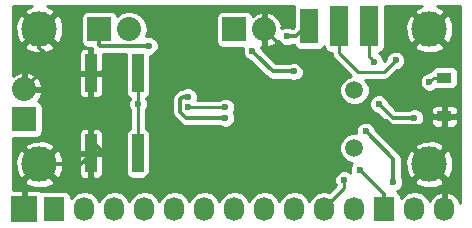
<source format=gbr>
G04 #@! TF.FileFunction,Copper,L2,Bot,Signal*
%FSLAX46Y46*%
G04 Gerber Fmt 4.6, Leading zero omitted, Abs format (unit mm)*
G04 Created by KiCad (PCBNEW 0.201603031449+6606~43~ubuntu14.04.1-product) date mar. 08 mars 2016 23:21:36 CET*
%MOMM*%
G01*
G04 APERTURE LIST*
%ADD10C,0.100000*%
%ADD11C,3.000000*%
%ADD12C,1.501140*%
%ADD13R,2.032000X2.032000*%
%ADD14O,2.032000X2.032000*%
%ADD15R,2.235200X2.235200*%
%ADD16R,1.727200X2.032000*%
%ADD17O,1.727200X2.032000*%
%ADD18R,1.000000X3.200000*%
%ADD19R,1.220000X0.910000*%
%ADD20R,1.524000X3.000000*%
%ADD21R,1.524000X3.500000*%
%ADD22C,0.600000*%
%ADD23C,0.350000*%
%ADD24C,0.250000*%
%ADD25C,0.254000*%
G04 APERTURE END LIST*
D10*
D11*
X149860000Y-104140000D03*
X116840000Y-104140000D03*
D12*
X143510000Y-109309060D03*
X143510000Y-114190940D03*
D13*
X121920000Y-104140000D03*
D14*
X124460000Y-104140000D03*
D13*
X133350000Y-104140000D03*
D14*
X135890000Y-104140000D03*
D13*
X115570000Y-111760000D03*
D14*
X115570000Y-109220000D03*
D15*
X115570000Y-119380000D03*
D16*
X146050000Y-119380000D03*
D17*
X148590000Y-119380000D03*
X151130000Y-119380000D03*
D16*
X118110000Y-119380000D03*
D17*
X120650000Y-119380000D03*
X123190000Y-119380000D03*
X125730000Y-119380000D03*
X128270000Y-119380000D03*
X130810000Y-119380000D03*
X133350000Y-119380000D03*
X135890000Y-119380000D03*
X138430000Y-119380000D03*
X140970000Y-119380000D03*
X143510000Y-119380000D03*
D18*
X121190000Y-114650000D03*
X121190000Y-107850000D03*
X125190000Y-107850000D03*
X125190000Y-114650000D03*
D19*
X151130000Y-111490000D03*
X151130000Y-108220000D03*
D20*
X139700000Y-103850000D03*
D21*
X142240000Y-103850000D03*
X144780000Y-103850000D03*
D11*
X149860000Y-115570000D03*
X116840000Y-115570000D03*
D22*
X134000000Y-110200000D03*
X135000000Y-111600000D03*
X137026565Y-105848619D03*
X134545000Y-116000000D03*
X141986000Y-114808000D03*
X138800000Y-108600000D03*
X141478000Y-108500000D03*
X127000000Y-107200000D03*
X129300000Y-107200000D03*
X142000000Y-110250000D03*
X142000000Y-112900000D03*
X136500000Y-111300000D03*
X133000000Y-112800000D03*
X146900000Y-102700000D03*
X118200000Y-107100000D03*
X127889000Y-114554000D03*
X131063992Y-102362000D03*
X139700000Y-111506000D03*
X121190000Y-110490000D03*
X129453020Y-110749478D03*
X125190000Y-110490000D03*
X132588000Y-110744000D03*
X137825496Y-104742188D03*
X143954500Y-116014500D03*
X145584011Y-110463822D03*
X148590000Y-111633000D03*
X132588000Y-111633000D03*
X129413000Y-109855000D03*
X126111000Y-105537000D03*
X134864329Y-105975695D03*
X144462476Y-112776000D03*
X146812004Y-117094000D03*
X138430000Y-107696000D03*
X142630618Y-116910296D03*
X145172079Y-106863624D03*
X146990482Y-106772795D03*
X149860000Y-108585000D03*
D23*
X134000000Y-110600000D02*
X134000000Y-110200000D01*
X135000000Y-111600000D02*
X134000000Y-110600000D01*
X133000000Y-112800000D02*
X133800000Y-112800000D01*
X133800000Y-112800000D02*
X134700001Y-111899999D01*
X135299999Y-111300001D02*
X135000000Y-111600000D01*
X136500000Y-111300000D02*
X135299999Y-111300001D01*
X134700001Y-111899999D02*
X135000000Y-111600000D01*
X137275184Y-105600000D02*
X137026565Y-105848619D01*
X137350000Y-105600000D02*
X137275184Y-105600000D01*
X140250000Y-108500000D02*
X137350000Y-105600000D01*
X137350000Y-105600000D02*
X136905999Y-105155999D01*
X136905999Y-105155999D02*
X135890000Y-104140000D01*
X141478000Y-108500000D02*
X140250000Y-108500000D01*
X134924244Y-116000000D02*
X134545000Y-116000000D01*
X139700000Y-111506000D02*
X135206000Y-116000000D01*
X135206000Y-116000000D02*
X134924244Y-116000000D01*
X142000000Y-112900000D02*
X142000000Y-114794000D01*
X142000000Y-114794000D02*
X141986000Y-114808000D01*
X118200000Y-107100000D02*
X117690000Y-107100000D01*
X117690000Y-107100000D02*
X115570000Y-109220000D01*
X141478000Y-109728000D02*
X141478000Y-108500000D01*
X127000000Y-107200000D02*
X127000000Y-106425992D01*
X127000000Y-115615002D02*
X127000000Y-107200000D01*
X127000000Y-107200000D02*
X129300000Y-107200000D01*
X139700000Y-111506000D02*
X140606000Y-111506000D01*
X140606000Y-111506000D02*
X142000000Y-112900000D01*
X118200000Y-107100000D02*
X116840000Y-105740000D01*
X118950000Y-107850000D02*
X118200000Y-107100000D01*
X121190000Y-107850000D02*
X118950000Y-107850000D01*
X116840000Y-105740000D02*
X116840000Y-104140000D01*
X141478000Y-109728000D02*
X143637000Y-111887000D01*
X149351999Y-112308001D02*
X150170000Y-111490000D01*
X146650357Y-112308001D02*
X149351999Y-112308001D01*
X146229356Y-111887000D02*
X146650357Y-112308001D01*
X143637000Y-111887000D02*
X146229356Y-111887000D01*
X150170000Y-111490000D02*
X151130000Y-111490000D01*
X127889000Y-114554000D02*
X127889000Y-114978264D01*
X127889000Y-114978264D02*
X127252262Y-115615002D01*
X127252262Y-115615002D02*
X127000000Y-115615002D01*
X141478000Y-109728000D02*
X139700000Y-111506000D01*
X135548840Y-102362000D02*
X131488256Y-102362000D01*
X131488256Y-102362000D02*
X131063992Y-102362000D01*
X125140002Y-117475000D02*
X127000000Y-115615002D01*
X135890000Y-102703160D02*
X135548840Y-102362000D01*
X127000000Y-106425992D02*
X131063992Y-102362000D01*
X121190000Y-113524998D02*
X125140002Y-117475000D01*
X121190000Y-110490000D02*
X121190000Y-113524998D01*
X135890000Y-104140000D02*
X135890000Y-102703160D01*
X151130000Y-111490000D02*
X151130000Y-110685000D01*
X151130000Y-110685000D02*
X152359999Y-109455001D01*
X152359999Y-109455001D02*
X152359999Y-106639999D01*
X152359999Y-106639999D02*
X149860000Y-104140000D01*
X151130000Y-111490000D02*
X151130000Y-114300000D01*
X151130000Y-114300000D02*
X149860000Y-115570000D01*
X151130000Y-119380000D02*
X151130000Y-116840000D01*
X151130000Y-116840000D02*
X149860000Y-115570000D01*
X116840000Y-115570000D02*
X120375533Y-115570000D01*
X120375533Y-115570000D02*
X121190000Y-114755533D01*
X121190000Y-114755533D02*
X121190000Y-114650000D01*
X115570000Y-119380000D02*
X115570000Y-116840000D01*
X115570000Y-116840000D02*
X116840000Y-115570000D01*
X115570000Y-114300000D02*
X116840000Y-115570000D01*
X121190000Y-110490000D02*
X121190000Y-114650000D01*
X121190000Y-107850000D02*
X121190000Y-110490000D01*
D24*
X115570000Y-119380000D02*
X115570000Y-118930000D01*
X129458498Y-110744000D02*
X129453020Y-110749478D01*
X132588000Y-110744000D02*
X129458498Y-110744000D01*
X125190000Y-110490000D02*
X125190000Y-114650000D01*
X125190000Y-107850000D02*
X125190000Y-110490000D01*
D23*
X138249760Y-104742188D02*
X137825496Y-104742188D01*
X138557812Y-104742188D02*
X138249760Y-104742188D01*
X139700000Y-103600000D02*
X138557812Y-104742188D01*
X146050000Y-119380000D02*
X146050000Y-118110000D01*
X146050000Y-118110000D02*
X143954500Y-116014500D01*
X148590000Y-111633000D02*
X146753189Y-111633000D01*
X146753189Y-111633000D02*
X145584011Y-110463822D01*
X128778000Y-111125000D02*
X129286000Y-111633000D01*
X129286000Y-111633000D02*
X132588000Y-111633000D01*
X128778000Y-110065736D02*
X128778000Y-111125000D01*
X129413000Y-109855000D02*
X128988736Y-109855000D01*
X128988736Y-109855000D02*
X128778000Y-110065736D01*
X125686736Y-105537000D02*
X126111000Y-105537000D01*
X121951000Y-105537000D02*
X125686736Y-105537000D01*
X121920000Y-105506000D02*
X121951000Y-105537000D01*
X121920000Y-104140000D02*
X121920000Y-105506000D01*
X138430000Y-107696000D02*
X136584634Y-107696000D01*
X136584634Y-107696000D02*
X135164328Y-106275694D01*
X135164328Y-106275694D02*
X134864329Y-105975695D01*
X146812004Y-116669736D02*
X146812004Y-117094000D01*
X146812004Y-115125528D02*
X146812004Y-116669736D01*
X144462476Y-112776000D02*
X146812004Y-115125528D01*
D24*
X142630618Y-117566982D02*
X142630618Y-116910296D01*
X140970000Y-119227600D02*
X142630618Y-117566982D01*
X140970000Y-119380000D02*
X140970000Y-119227600D01*
X144780000Y-103600000D02*
X144780000Y-106471545D01*
X144780000Y-106471545D02*
X144872080Y-106563625D01*
X144872080Y-106563625D02*
X145172079Y-106863624D01*
X142240000Y-106172000D02*
X143809999Y-107741999D01*
X146690483Y-107072794D02*
X146990482Y-106772795D01*
X146021278Y-107741999D02*
X146690483Y-107072794D01*
X143809999Y-107741999D02*
X146021278Y-107741999D01*
X142240000Y-103600000D02*
X142240000Y-106172000D01*
X142240000Y-105850000D02*
X142240000Y-106172000D01*
X151130000Y-108220000D02*
X150225000Y-108220000D01*
X150225000Y-108220000D02*
X149860000Y-108585000D01*
D25*
G36*
X115726880Y-102398662D02*
X115561517Y-102687569D01*
X116840000Y-103966052D01*
X118118483Y-102687569D01*
X117953120Y-102398662D01*
X117449696Y-102202000D01*
X138430115Y-102202000D01*
X138400676Y-102350000D01*
X138400676Y-103906546D01*
X138274185Y-104033037D01*
X137990718Y-103915332D01*
X137661717Y-103915045D01*
X137414972Y-104016998D01*
X137296350Y-104016998D01*
X137389921Y-103777903D01*
X137137178Y-103231471D01*
X136694563Y-102823354D01*
X136252096Y-102640088D01*
X136013000Y-102734120D01*
X136013000Y-104017000D01*
X136033000Y-104017000D01*
X136033000Y-104263000D01*
X136013000Y-104263000D01*
X136013000Y-105545880D01*
X136252096Y-105639912D01*
X136694563Y-105456646D01*
X137079307Y-105101890D01*
X137123991Y-105210034D01*
X137356426Y-105442876D01*
X137660274Y-105569044D01*
X137989275Y-105569331D01*
X138292144Y-105444188D01*
X138419411Y-105444188D01*
X138441577Y-105555625D01*
X138558055Y-105729945D01*
X138732375Y-105846423D01*
X138938000Y-105887324D01*
X140462000Y-105887324D01*
X140667625Y-105846423D01*
X140841945Y-105729945D01*
X140940676Y-105582185D01*
X140940676Y-105600000D01*
X140981577Y-105805625D01*
X141098055Y-105979945D01*
X141272375Y-106096423D01*
X141478000Y-106137324D01*
X141588000Y-106137324D01*
X141588000Y-106171995D01*
X141587999Y-106172000D01*
X141603515Y-106250000D01*
X141637631Y-106421510D01*
X141719701Y-106544337D01*
X141778966Y-106633034D01*
X143200530Y-108054598D01*
X142787260Y-108225357D01*
X142427560Y-108584430D01*
X142232652Y-109053821D01*
X142232209Y-109562069D01*
X142426297Y-110031800D01*
X142785370Y-110391500D01*
X143254761Y-110586408D01*
X143763009Y-110586851D01*
X144232740Y-110392763D01*
X144592440Y-110033690D01*
X144787348Y-109564299D01*
X144787791Y-109056051D01*
X144660830Y-108748779D01*
X149032857Y-108748779D01*
X149158495Y-109052846D01*
X149390930Y-109285688D01*
X149694778Y-109411856D01*
X150023779Y-109412143D01*
X150327846Y-109286505D01*
X150421737Y-109192778D01*
X150520000Y-109212324D01*
X151740000Y-109212324D01*
X151945625Y-109171423D01*
X152119945Y-109054945D01*
X152236423Y-108880625D01*
X152277324Y-108675000D01*
X152277324Y-107765000D01*
X152236423Y-107559375D01*
X152119945Y-107385055D01*
X151945625Y-107268577D01*
X151740000Y-107227676D01*
X150520000Y-107227676D01*
X150314375Y-107268577D01*
X150140055Y-107385055D01*
X150023577Y-107559375D01*
X150013493Y-107610072D01*
X149975490Y-107617631D01*
X149866034Y-107690767D01*
X149765535Y-107757917D01*
X149696221Y-107757857D01*
X149392154Y-107883495D01*
X149159312Y-108115930D01*
X149033144Y-108419778D01*
X149032857Y-108748779D01*
X144660830Y-108748779D01*
X144593703Y-108586320D01*
X144401717Y-108393999D01*
X146021273Y-108393999D01*
X146021278Y-108394000D01*
X146229391Y-108352603D01*
X146270788Y-108344368D01*
X146482312Y-108203033D01*
X147085466Y-107599878D01*
X147154261Y-107599938D01*
X147458328Y-107474300D01*
X147691170Y-107241865D01*
X147817338Y-106938017D01*
X147817625Y-106609016D01*
X147691987Y-106304949D01*
X147459552Y-106072107D01*
X147155704Y-105945939D01*
X146826703Y-105945652D01*
X146522636Y-106071290D01*
X146289794Y-106303725D01*
X146163626Y-106607573D01*
X146163565Y-106677645D01*
X145999098Y-106842112D01*
X145999222Y-106699845D01*
X145873584Y-106395778D01*
X145641149Y-106162936D01*
X145567333Y-106132285D01*
X145747625Y-106096423D01*
X145921945Y-105979945D01*
X146038423Y-105805625D01*
X146079324Y-105600000D01*
X146079324Y-105592431D01*
X148581517Y-105592431D01*
X148746880Y-105881338D01*
X149497992Y-106174759D01*
X150304217Y-106158407D01*
X150973120Y-105881338D01*
X151138483Y-105592431D01*
X149860000Y-104313948D01*
X148581517Y-105592431D01*
X146079324Y-105592431D01*
X146079324Y-103777992D01*
X147825241Y-103777992D01*
X147841593Y-104584217D01*
X148118662Y-105253120D01*
X148407569Y-105418483D01*
X149686052Y-104140000D01*
X150033948Y-104140000D01*
X151312431Y-105418483D01*
X151601338Y-105253120D01*
X151894759Y-104502008D01*
X151878407Y-103695783D01*
X151601338Y-103026880D01*
X151312431Y-102861517D01*
X150033948Y-104140000D01*
X149686052Y-104140000D01*
X148407569Y-102861517D01*
X148118662Y-103026880D01*
X147825241Y-103777992D01*
X146079324Y-103777992D01*
X146079324Y-102202000D01*
X149221664Y-102202000D01*
X148746880Y-102398662D01*
X148581517Y-102687569D01*
X149860000Y-103966052D01*
X151138483Y-102687569D01*
X150973120Y-102398662D01*
X150469696Y-102202000D01*
X152433000Y-102202000D01*
X152433000Y-118817633D01*
X152332149Y-118525403D01*
X151971922Y-118118812D01*
X151483520Y-117881024D01*
X151468171Y-117878745D01*
X151253000Y-117974773D01*
X151253000Y-119257000D01*
X151273000Y-119257000D01*
X151273000Y-119503000D01*
X151253000Y-119503000D01*
X151253000Y-119523000D01*
X151007000Y-119523000D01*
X151007000Y-119503000D01*
X150987000Y-119503000D01*
X150987000Y-119257000D01*
X151007000Y-119257000D01*
X151007000Y-117974773D01*
X150791829Y-117878745D01*
X150776480Y-117881024D01*
X150288078Y-118118812D01*
X149927851Y-118525403D01*
X149876522Y-118674136D01*
X149874747Y-118665211D01*
X149573303Y-118214068D01*
X149122160Y-117912624D01*
X148590000Y-117806771D01*
X148057840Y-117912624D01*
X147606697Y-118214068D01*
X147450924Y-118447199D01*
X147450924Y-118364000D01*
X147410023Y-118158375D01*
X147293545Y-117984055D01*
X147119225Y-117867577D01*
X147109908Y-117865724D01*
X147279850Y-117795505D01*
X147512692Y-117563070D01*
X147638860Y-117259222D01*
X147639066Y-117022431D01*
X148581517Y-117022431D01*
X148746880Y-117311338D01*
X149497992Y-117604759D01*
X150304217Y-117588407D01*
X150973120Y-117311338D01*
X151138483Y-117022431D01*
X149860000Y-115743948D01*
X148581517Y-117022431D01*
X147639066Y-117022431D01*
X147639147Y-116930221D01*
X147514004Y-116627352D01*
X147514004Y-115207992D01*
X147825241Y-115207992D01*
X147841593Y-116014217D01*
X148118662Y-116683120D01*
X148407569Y-116848483D01*
X149686052Y-115570000D01*
X150033948Y-115570000D01*
X151312431Y-116848483D01*
X151601338Y-116683120D01*
X151894759Y-115932008D01*
X151878407Y-115125783D01*
X151601338Y-114456880D01*
X151312431Y-114291517D01*
X150033948Y-115570000D01*
X149686052Y-115570000D01*
X148407569Y-114291517D01*
X148118662Y-114456880D01*
X147825241Y-115207992D01*
X147514004Y-115207992D01*
X147514004Y-115125528D01*
X147460567Y-114856884D01*
X147308393Y-114629139D01*
X146796823Y-114117569D01*
X148581517Y-114117569D01*
X149860000Y-115396052D01*
X151138483Y-114117569D01*
X150973120Y-113828662D01*
X150222008Y-113535241D01*
X149415783Y-113551593D01*
X148746880Y-113828662D01*
X148581517Y-114117569D01*
X146796823Y-114117569D01*
X145288312Y-112609058D01*
X145163981Y-112308154D01*
X144931546Y-112075312D01*
X144627698Y-111949144D01*
X144298697Y-111948857D01*
X143994630Y-112074495D01*
X143761788Y-112306930D01*
X143635620Y-112610778D01*
X143635356Y-112913479D01*
X143256991Y-112913149D01*
X142787260Y-113107237D01*
X142427560Y-113466310D01*
X142232652Y-113935701D01*
X142232209Y-114443949D01*
X142426297Y-114913680D01*
X142785370Y-115273380D01*
X143254761Y-115468288D01*
X143331022Y-115468354D01*
X143253812Y-115545430D01*
X143127644Y-115849278D01*
X143127357Y-116178279D01*
X143168985Y-116279026D01*
X143099688Y-116209608D01*
X142795840Y-116083440D01*
X142466839Y-116083153D01*
X142162772Y-116208791D01*
X141929930Y-116441226D01*
X141803762Y-116745074D01*
X141803475Y-117074075D01*
X141919838Y-117355695D01*
X141386012Y-117889521D01*
X140970000Y-117806771D01*
X140437840Y-117912624D01*
X139986697Y-118214068D01*
X139700000Y-118643141D01*
X139413303Y-118214068D01*
X138962160Y-117912624D01*
X138430000Y-117806771D01*
X137897840Y-117912624D01*
X137446697Y-118214068D01*
X137160000Y-118643141D01*
X136873303Y-118214068D01*
X136422160Y-117912624D01*
X135890000Y-117806771D01*
X135357840Y-117912624D01*
X134906697Y-118214068D01*
X134620000Y-118643141D01*
X134333303Y-118214068D01*
X133882160Y-117912624D01*
X133350000Y-117806771D01*
X132817840Y-117912624D01*
X132366697Y-118214068D01*
X132080000Y-118643141D01*
X131793303Y-118214068D01*
X131342160Y-117912624D01*
X130810000Y-117806771D01*
X130277840Y-117912624D01*
X129826697Y-118214068D01*
X129540000Y-118643141D01*
X129253303Y-118214068D01*
X128802160Y-117912624D01*
X128270000Y-117806771D01*
X127737840Y-117912624D01*
X127286697Y-118214068D01*
X127000000Y-118643141D01*
X126713303Y-118214068D01*
X126262160Y-117912624D01*
X125730000Y-117806771D01*
X125197840Y-117912624D01*
X124746697Y-118214068D01*
X124460000Y-118643141D01*
X124173303Y-118214068D01*
X123722160Y-117912624D01*
X123190000Y-117806771D01*
X122657840Y-117912624D01*
X122206697Y-118214068D01*
X121920000Y-118643141D01*
X121633303Y-118214068D01*
X121182160Y-117912624D01*
X120650000Y-117806771D01*
X120117840Y-117912624D01*
X119666697Y-118214068D01*
X119510924Y-118447199D01*
X119510924Y-118364000D01*
X119470023Y-118158375D01*
X119353545Y-117984055D01*
X119179225Y-117867577D01*
X118973600Y-117826676D01*
X117246400Y-117826676D01*
X117040775Y-117867577D01*
X117039152Y-117868661D01*
X116986122Y-117815631D01*
X116792427Y-117735400D01*
X115824750Y-117735400D01*
X115693000Y-117867150D01*
X115693000Y-119257000D01*
X115713000Y-119257000D01*
X115713000Y-119503000D01*
X115693000Y-119503000D01*
X115693000Y-119523000D01*
X115447000Y-119523000D01*
X115447000Y-119503000D01*
X115427000Y-119503000D01*
X115427000Y-119257000D01*
X115447000Y-119257000D01*
X115447000Y-117867150D01*
X115315250Y-117735400D01*
X114584500Y-117735400D01*
X114584500Y-117022431D01*
X115561517Y-117022431D01*
X115726880Y-117311338D01*
X116477992Y-117604759D01*
X117284217Y-117588407D01*
X117953120Y-117311338D01*
X118118483Y-117022431D01*
X116840000Y-115743948D01*
X115561517Y-117022431D01*
X114584500Y-117022431D01*
X114584500Y-115207992D01*
X114805241Y-115207992D01*
X114821593Y-116014217D01*
X115098662Y-116683120D01*
X115387569Y-116848483D01*
X116666052Y-115570000D01*
X117013948Y-115570000D01*
X118292431Y-116848483D01*
X118581338Y-116683120D01*
X118874759Y-115932008D01*
X118858407Y-115125783D01*
X118766853Y-114904750D01*
X120163000Y-114904750D01*
X120163000Y-116354827D01*
X120243231Y-116548522D01*
X120391479Y-116696769D01*
X120585173Y-116777000D01*
X120935250Y-116777000D01*
X121067000Y-116645250D01*
X121067000Y-114773000D01*
X121313000Y-114773000D01*
X121313000Y-116645250D01*
X121444750Y-116777000D01*
X121794827Y-116777000D01*
X121988521Y-116696769D01*
X122136769Y-116548522D01*
X122217000Y-116354827D01*
X122217000Y-114904750D01*
X122085250Y-114773000D01*
X121313000Y-114773000D01*
X121067000Y-114773000D01*
X120294750Y-114773000D01*
X120163000Y-114904750D01*
X118766853Y-114904750D01*
X118581338Y-114456880D01*
X118292431Y-114291517D01*
X117013948Y-115570000D01*
X116666052Y-115570000D01*
X115387569Y-114291517D01*
X115098662Y-114456880D01*
X114805241Y-115207992D01*
X114584500Y-115207992D01*
X114584500Y-114117569D01*
X115561517Y-114117569D01*
X116840000Y-115396052D01*
X118118483Y-114117569D01*
X117953120Y-113828662D01*
X117202008Y-113535241D01*
X116395783Y-113551593D01*
X115726880Y-113828662D01*
X115561517Y-114117569D01*
X114584500Y-114117569D01*
X114584500Y-113313324D01*
X116586000Y-113313324D01*
X116791625Y-113272423D01*
X116965945Y-113155945D01*
X117082423Y-112981625D01*
X117089673Y-112945173D01*
X120163000Y-112945173D01*
X120163000Y-114395250D01*
X120294750Y-114527000D01*
X121067000Y-114527000D01*
X121067000Y-112654750D01*
X121313000Y-112654750D01*
X121313000Y-114527000D01*
X122085250Y-114527000D01*
X122217000Y-114395250D01*
X122217000Y-112945173D01*
X122136769Y-112751478D01*
X121988521Y-112603231D01*
X121794827Y-112523000D01*
X121444750Y-112523000D01*
X121313000Y-112654750D01*
X121067000Y-112654750D01*
X120935250Y-112523000D01*
X120585173Y-112523000D01*
X120391479Y-112603231D01*
X120243231Y-112751478D01*
X120163000Y-112945173D01*
X117089673Y-112945173D01*
X117123324Y-112776000D01*
X117123324Y-110744000D01*
X117082423Y-110538375D01*
X116965945Y-110364055D01*
X116791625Y-110247577D01*
X116698157Y-110228985D01*
X116886646Y-110024563D01*
X117069912Y-109582096D01*
X116975880Y-109343000D01*
X115693000Y-109343000D01*
X115693000Y-109363000D01*
X115447000Y-109363000D01*
X115447000Y-109343000D01*
X115427000Y-109343000D01*
X115427000Y-109097000D01*
X115447000Y-109097000D01*
X115447000Y-107813651D01*
X115693000Y-107813651D01*
X115693000Y-109097000D01*
X116975880Y-109097000D01*
X117069912Y-108857904D01*
X116886646Y-108415437D01*
X116600175Y-108104750D01*
X120163000Y-108104750D01*
X120163000Y-109554827D01*
X120243231Y-109748522D01*
X120391479Y-109896769D01*
X120585173Y-109977000D01*
X120935250Y-109977000D01*
X121067000Y-109845250D01*
X121067000Y-107973000D01*
X121313000Y-107973000D01*
X121313000Y-109845250D01*
X121444750Y-109977000D01*
X121794827Y-109977000D01*
X121988521Y-109896769D01*
X122136769Y-109748522D01*
X122217000Y-109554827D01*
X122217000Y-108104750D01*
X122085250Y-107973000D01*
X121313000Y-107973000D01*
X121067000Y-107973000D01*
X120294750Y-107973000D01*
X120163000Y-108104750D01*
X116600175Y-108104750D01*
X116478529Y-107972822D01*
X115932097Y-107720079D01*
X115693000Y-107813651D01*
X115447000Y-107813651D01*
X115207903Y-107720079D01*
X114661471Y-107972822D01*
X114584500Y-108056299D01*
X114584500Y-105592431D01*
X115561517Y-105592431D01*
X115726880Y-105881338D01*
X116477992Y-106174759D01*
X117284217Y-106158407D01*
X117316166Y-106145173D01*
X120163000Y-106145173D01*
X120163000Y-107595250D01*
X120294750Y-107727000D01*
X121067000Y-107727000D01*
X121067000Y-105854750D01*
X120935250Y-105723000D01*
X120585173Y-105723000D01*
X120391479Y-105803231D01*
X120243231Y-105951478D01*
X120163000Y-106145173D01*
X117316166Y-106145173D01*
X117953120Y-105881338D01*
X118118483Y-105592431D01*
X116840000Y-104313948D01*
X115561517Y-105592431D01*
X114584500Y-105592431D01*
X114584500Y-103777992D01*
X114805241Y-103777992D01*
X114821593Y-104584217D01*
X115098662Y-105253120D01*
X115387569Y-105418483D01*
X116666052Y-104140000D01*
X117013948Y-104140000D01*
X118292431Y-105418483D01*
X118581338Y-105253120D01*
X118874759Y-104502008D01*
X118858407Y-103695783D01*
X118621567Y-103124000D01*
X120366676Y-103124000D01*
X120366676Y-105156000D01*
X120407577Y-105361625D01*
X120524055Y-105535945D01*
X120698375Y-105652423D01*
X120904000Y-105693324D01*
X121255261Y-105693324D01*
X121271437Y-105774644D01*
X121320171Y-105847579D01*
X121313000Y-105854750D01*
X121313000Y-107727000D01*
X122085250Y-107727000D01*
X122217000Y-107595250D01*
X122217000Y-106239000D01*
X124154864Y-106239000D01*
X124152676Y-106250000D01*
X124152676Y-109450000D01*
X124193577Y-109655625D01*
X124310055Y-109829945D01*
X124484375Y-109946423D01*
X124538000Y-109957090D01*
X124538000Y-109972327D01*
X124489312Y-110020930D01*
X124363144Y-110324778D01*
X124362857Y-110653779D01*
X124488495Y-110957846D01*
X124538000Y-111007438D01*
X124538000Y-112542910D01*
X124484375Y-112553577D01*
X124310055Y-112670055D01*
X124193577Y-112844375D01*
X124152676Y-113050000D01*
X124152676Y-116250000D01*
X124193577Y-116455625D01*
X124310055Y-116629945D01*
X124484375Y-116746423D01*
X124690000Y-116787324D01*
X125690000Y-116787324D01*
X125895625Y-116746423D01*
X126069945Y-116629945D01*
X126186423Y-116455625D01*
X126227324Y-116250000D01*
X126227324Y-113050000D01*
X126186423Y-112844375D01*
X126069945Y-112670055D01*
X125895625Y-112553577D01*
X125842000Y-112542910D01*
X125842000Y-111007673D01*
X125890688Y-110959070D01*
X126016856Y-110655222D01*
X126017143Y-110326221D01*
X125909513Y-110065736D01*
X128076000Y-110065736D01*
X128076000Y-111125000D01*
X128129437Y-111393644D01*
X128167204Y-111450166D01*
X128281611Y-111621389D01*
X128789611Y-112129389D01*
X129017356Y-112281563D01*
X129286000Y-112335000D01*
X132122090Y-112335000D01*
X132422778Y-112459856D01*
X132751779Y-112460143D01*
X133055846Y-112334505D01*
X133288688Y-112102070D01*
X133414856Y-111798222D01*
X133415143Y-111469221D01*
X133299021Y-111188185D01*
X133414856Y-110909222D01*
X133415101Y-110627601D01*
X144756868Y-110627601D01*
X144882506Y-110931668D01*
X145114941Y-111164510D01*
X145417592Y-111290181D01*
X146256800Y-112129389D01*
X146484545Y-112281563D01*
X146753189Y-112335000D01*
X148124090Y-112335000D01*
X148424778Y-112459856D01*
X148753779Y-112460143D01*
X149057846Y-112334505D01*
X149290688Y-112102070D01*
X149416856Y-111798222D01*
X149416902Y-111744750D01*
X149993000Y-111744750D01*
X149993000Y-112049827D01*
X150073231Y-112243522D01*
X150221479Y-112391769D01*
X150415173Y-112472000D01*
X150875250Y-112472000D01*
X151007000Y-112340250D01*
X151007000Y-111613000D01*
X151253000Y-111613000D01*
X151253000Y-112340250D01*
X151384750Y-112472000D01*
X151844827Y-112472000D01*
X152038521Y-112391769D01*
X152186769Y-112243522D01*
X152267000Y-112049827D01*
X152267000Y-111744750D01*
X152135250Y-111613000D01*
X151253000Y-111613000D01*
X151007000Y-111613000D01*
X150124750Y-111613000D01*
X149993000Y-111744750D01*
X149416902Y-111744750D01*
X149417143Y-111469221D01*
X149291505Y-111165154D01*
X149059070Y-110932312D01*
X149053919Y-110930173D01*
X149993000Y-110930173D01*
X149993000Y-111235250D01*
X150124750Y-111367000D01*
X151007000Y-111367000D01*
X151007000Y-110639750D01*
X151253000Y-110639750D01*
X151253000Y-111367000D01*
X152135250Y-111367000D01*
X152267000Y-111235250D01*
X152267000Y-110930173D01*
X152186769Y-110736478D01*
X152038521Y-110588231D01*
X151844827Y-110508000D01*
X151384750Y-110508000D01*
X151253000Y-110639750D01*
X151007000Y-110639750D01*
X150875250Y-110508000D01*
X150415173Y-110508000D01*
X150221479Y-110588231D01*
X150073231Y-110736478D01*
X149993000Y-110930173D01*
X149053919Y-110930173D01*
X148755222Y-110806144D01*
X148426221Y-110805857D01*
X148123352Y-110931000D01*
X147043967Y-110931000D01*
X146409847Y-110296880D01*
X146285516Y-109995976D01*
X146053081Y-109763134D01*
X145749233Y-109636966D01*
X145420232Y-109636679D01*
X145116165Y-109762317D01*
X144883323Y-109994752D01*
X144757155Y-110298600D01*
X144756868Y-110627601D01*
X133415101Y-110627601D01*
X133415143Y-110580221D01*
X133289505Y-110276154D01*
X133057070Y-110043312D01*
X132753222Y-109917144D01*
X132424221Y-109916857D01*
X132120154Y-110042495D01*
X132070562Y-110092000D01*
X130210051Y-110092000D01*
X130239856Y-110020222D01*
X130240143Y-109691221D01*
X130114505Y-109387154D01*
X129882070Y-109154312D01*
X129578222Y-109028144D01*
X129249221Y-109027857D01*
X128945154Y-109153495D01*
X128934928Y-109163703D01*
X128720092Y-109206437D01*
X128515711Y-109343000D01*
X128492347Y-109358611D01*
X128281611Y-109569347D01*
X128129437Y-109797092D01*
X128076000Y-110065736D01*
X125909513Y-110065736D01*
X125891505Y-110022154D01*
X125842000Y-109972562D01*
X125842000Y-109957090D01*
X125895625Y-109946423D01*
X126069945Y-109829945D01*
X126186423Y-109655625D01*
X126227324Y-109450000D01*
X126227324Y-106364102D01*
X126274779Y-106364143D01*
X126578846Y-106238505D01*
X126811688Y-106006070D01*
X126937856Y-105702222D01*
X126938143Y-105373221D01*
X126812505Y-105069154D01*
X126580070Y-104836312D01*
X126276222Y-104710144D01*
X125947221Y-104709857D01*
X125891044Y-104733069D01*
X126003000Y-104170229D01*
X126003000Y-104109771D01*
X125885546Y-103519290D01*
X125621422Y-103124000D01*
X131796676Y-103124000D01*
X131796676Y-105156000D01*
X131837577Y-105361625D01*
X131954055Y-105535945D01*
X132128375Y-105652423D01*
X132334000Y-105693324D01*
X134086117Y-105693324D01*
X134037473Y-105810473D01*
X134037186Y-106139474D01*
X134162824Y-106443541D01*
X134395259Y-106676383D01*
X134697910Y-106802054D01*
X136088245Y-108192389D01*
X136315990Y-108344563D01*
X136584634Y-108398000D01*
X137964090Y-108398000D01*
X138264778Y-108522856D01*
X138593779Y-108523143D01*
X138897846Y-108397505D01*
X139130688Y-108165070D01*
X139256856Y-107861222D01*
X139257143Y-107532221D01*
X139131505Y-107228154D01*
X138899070Y-106995312D01*
X138595222Y-106869144D01*
X138266221Y-106868857D01*
X137963352Y-106994000D01*
X136875412Y-106994000D01*
X135690165Y-105808753D01*
X135607472Y-105608620D01*
X135767000Y-105545880D01*
X135767000Y-104263000D01*
X135747000Y-104263000D01*
X135747000Y-104017000D01*
X135767000Y-104017000D01*
X135767000Y-102734120D01*
X135527904Y-102640088D01*
X135085437Y-102823354D01*
X134881015Y-103011843D01*
X134862423Y-102918375D01*
X134745945Y-102744055D01*
X134571625Y-102627577D01*
X134366000Y-102586676D01*
X132334000Y-102586676D01*
X132128375Y-102627577D01*
X131954055Y-102744055D01*
X131837577Y-102918375D01*
X131796676Y-103124000D01*
X125621422Y-103124000D01*
X125551066Y-103018705D01*
X125050481Y-102684225D01*
X124460000Y-102566771D01*
X123869519Y-102684225D01*
X123442590Y-102969490D01*
X123432423Y-102918375D01*
X123315945Y-102744055D01*
X123141625Y-102627577D01*
X122936000Y-102586676D01*
X120904000Y-102586676D01*
X120698375Y-102627577D01*
X120524055Y-102744055D01*
X120407577Y-102918375D01*
X120366676Y-103124000D01*
X118621567Y-103124000D01*
X118581338Y-103026880D01*
X118292431Y-102861517D01*
X117013948Y-104140000D01*
X116666052Y-104140000D01*
X115387569Y-102861517D01*
X115098662Y-103026880D01*
X114805241Y-103777992D01*
X114584500Y-103777992D01*
X114584500Y-102202000D01*
X116201664Y-102202000D01*
X115726880Y-102398662D01*
X115726880Y-102398662D01*
G37*
X115726880Y-102398662D02*
X115561517Y-102687569D01*
X116840000Y-103966052D01*
X118118483Y-102687569D01*
X117953120Y-102398662D01*
X117449696Y-102202000D01*
X138430115Y-102202000D01*
X138400676Y-102350000D01*
X138400676Y-103906546D01*
X138274185Y-104033037D01*
X137990718Y-103915332D01*
X137661717Y-103915045D01*
X137414972Y-104016998D01*
X137296350Y-104016998D01*
X137389921Y-103777903D01*
X137137178Y-103231471D01*
X136694563Y-102823354D01*
X136252096Y-102640088D01*
X136013000Y-102734120D01*
X136013000Y-104017000D01*
X136033000Y-104017000D01*
X136033000Y-104263000D01*
X136013000Y-104263000D01*
X136013000Y-105545880D01*
X136252096Y-105639912D01*
X136694563Y-105456646D01*
X137079307Y-105101890D01*
X137123991Y-105210034D01*
X137356426Y-105442876D01*
X137660274Y-105569044D01*
X137989275Y-105569331D01*
X138292144Y-105444188D01*
X138419411Y-105444188D01*
X138441577Y-105555625D01*
X138558055Y-105729945D01*
X138732375Y-105846423D01*
X138938000Y-105887324D01*
X140462000Y-105887324D01*
X140667625Y-105846423D01*
X140841945Y-105729945D01*
X140940676Y-105582185D01*
X140940676Y-105600000D01*
X140981577Y-105805625D01*
X141098055Y-105979945D01*
X141272375Y-106096423D01*
X141478000Y-106137324D01*
X141588000Y-106137324D01*
X141588000Y-106171995D01*
X141587999Y-106172000D01*
X141603515Y-106250000D01*
X141637631Y-106421510D01*
X141719701Y-106544337D01*
X141778966Y-106633034D01*
X143200530Y-108054598D01*
X142787260Y-108225357D01*
X142427560Y-108584430D01*
X142232652Y-109053821D01*
X142232209Y-109562069D01*
X142426297Y-110031800D01*
X142785370Y-110391500D01*
X143254761Y-110586408D01*
X143763009Y-110586851D01*
X144232740Y-110392763D01*
X144592440Y-110033690D01*
X144787348Y-109564299D01*
X144787791Y-109056051D01*
X144660830Y-108748779D01*
X149032857Y-108748779D01*
X149158495Y-109052846D01*
X149390930Y-109285688D01*
X149694778Y-109411856D01*
X150023779Y-109412143D01*
X150327846Y-109286505D01*
X150421737Y-109192778D01*
X150520000Y-109212324D01*
X151740000Y-109212324D01*
X151945625Y-109171423D01*
X152119945Y-109054945D01*
X152236423Y-108880625D01*
X152277324Y-108675000D01*
X152277324Y-107765000D01*
X152236423Y-107559375D01*
X152119945Y-107385055D01*
X151945625Y-107268577D01*
X151740000Y-107227676D01*
X150520000Y-107227676D01*
X150314375Y-107268577D01*
X150140055Y-107385055D01*
X150023577Y-107559375D01*
X150013493Y-107610072D01*
X149975490Y-107617631D01*
X149866034Y-107690767D01*
X149765535Y-107757917D01*
X149696221Y-107757857D01*
X149392154Y-107883495D01*
X149159312Y-108115930D01*
X149033144Y-108419778D01*
X149032857Y-108748779D01*
X144660830Y-108748779D01*
X144593703Y-108586320D01*
X144401717Y-108393999D01*
X146021273Y-108393999D01*
X146021278Y-108394000D01*
X146229391Y-108352603D01*
X146270788Y-108344368D01*
X146482312Y-108203033D01*
X147085466Y-107599878D01*
X147154261Y-107599938D01*
X147458328Y-107474300D01*
X147691170Y-107241865D01*
X147817338Y-106938017D01*
X147817625Y-106609016D01*
X147691987Y-106304949D01*
X147459552Y-106072107D01*
X147155704Y-105945939D01*
X146826703Y-105945652D01*
X146522636Y-106071290D01*
X146289794Y-106303725D01*
X146163626Y-106607573D01*
X146163565Y-106677645D01*
X145999098Y-106842112D01*
X145999222Y-106699845D01*
X145873584Y-106395778D01*
X145641149Y-106162936D01*
X145567333Y-106132285D01*
X145747625Y-106096423D01*
X145921945Y-105979945D01*
X146038423Y-105805625D01*
X146079324Y-105600000D01*
X146079324Y-105592431D01*
X148581517Y-105592431D01*
X148746880Y-105881338D01*
X149497992Y-106174759D01*
X150304217Y-106158407D01*
X150973120Y-105881338D01*
X151138483Y-105592431D01*
X149860000Y-104313948D01*
X148581517Y-105592431D01*
X146079324Y-105592431D01*
X146079324Y-103777992D01*
X147825241Y-103777992D01*
X147841593Y-104584217D01*
X148118662Y-105253120D01*
X148407569Y-105418483D01*
X149686052Y-104140000D01*
X150033948Y-104140000D01*
X151312431Y-105418483D01*
X151601338Y-105253120D01*
X151894759Y-104502008D01*
X151878407Y-103695783D01*
X151601338Y-103026880D01*
X151312431Y-102861517D01*
X150033948Y-104140000D01*
X149686052Y-104140000D01*
X148407569Y-102861517D01*
X148118662Y-103026880D01*
X147825241Y-103777992D01*
X146079324Y-103777992D01*
X146079324Y-102202000D01*
X149221664Y-102202000D01*
X148746880Y-102398662D01*
X148581517Y-102687569D01*
X149860000Y-103966052D01*
X151138483Y-102687569D01*
X150973120Y-102398662D01*
X150469696Y-102202000D01*
X152433000Y-102202000D01*
X152433000Y-118817633D01*
X152332149Y-118525403D01*
X151971922Y-118118812D01*
X151483520Y-117881024D01*
X151468171Y-117878745D01*
X151253000Y-117974773D01*
X151253000Y-119257000D01*
X151273000Y-119257000D01*
X151273000Y-119503000D01*
X151253000Y-119503000D01*
X151253000Y-119523000D01*
X151007000Y-119523000D01*
X151007000Y-119503000D01*
X150987000Y-119503000D01*
X150987000Y-119257000D01*
X151007000Y-119257000D01*
X151007000Y-117974773D01*
X150791829Y-117878745D01*
X150776480Y-117881024D01*
X150288078Y-118118812D01*
X149927851Y-118525403D01*
X149876522Y-118674136D01*
X149874747Y-118665211D01*
X149573303Y-118214068D01*
X149122160Y-117912624D01*
X148590000Y-117806771D01*
X148057840Y-117912624D01*
X147606697Y-118214068D01*
X147450924Y-118447199D01*
X147450924Y-118364000D01*
X147410023Y-118158375D01*
X147293545Y-117984055D01*
X147119225Y-117867577D01*
X147109908Y-117865724D01*
X147279850Y-117795505D01*
X147512692Y-117563070D01*
X147638860Y-117259222D01*
X147639066Y-117022431D01*
X148581517Y-117022431D01*
X148746880Y-117311338D01*
X149497992Y-117604759D01*
X150304217Y-117588407D01*
X150973120Y-117311338D01*
X151138483Y-117022431D01*
X149860000Y-115743948D01*
X148581517Y-117022431D01*
X147639066Y-117022431D01*
X147639147Y-116930221D01*
X147514004Y-116627352D01*
X147514004Y-115207992D01*
X147825241Y-115207992D01*
X147841593Y-116014217D01*
X148118662Y-116683120D01*
X148407569Y-116848483D01*
X149686052Y-115570000D01*
X150033948Y-115570000D01*
X151312431Y-116848483D01*
X151601338Y-116683120D01*
X151894759Y-115932008D01*
X151878407Y-115125783D01*
X151601338Y-114456880D01*
X151312431Y-114291517D01*
X150033948Y-115570000D01*
X149686052Y-115570000D01*
X148407569Y-114291517D01*
X148118662Y-114456880D01*
X147825241Y-115207992D01*
X147514004Y-115207992D01*
X147514004Y-115125528D01*
X147460567Y-114856884D01*
X147308393Y-114629139D01*
X146796823Y-114117569D01*
X148581517Y-114117569D01*
X149860000Y-115396052D01*
X151138483Y-114117569D01*
X150973120Y-113828662D01*
X150222008Y-113535241D01*
X149415783Y-113551593D01*
X148746880Y-113828662D01*
X148581517Y-114117569D01*
X146796823Y-114117569D01*
X145288312Y-112609058D01*
X145163981Y-112308154D01*
X144931546Y-112075312D01*
X144627698Y-111949144D01*
X144298697Y-111948857D01*
X143994630Y-112074495D01*
X143761788Y-112306930D01*
X143635620Y-112610778D01*
X143635356Y-112913479D01*
X143256991Y-112913149D01*
X142787260Y-113107237D01*
X142427560Y-113466310D01*
X142232652Y-113935701D01*
X142232209Y-114443949D01*
X142426297Y-114913680D01*
X142785370Y-115273380D01*
X143254761Y-115468288D01*
X143331022Y-115468354D01*
X143253812Y-115545430D01*
X143127644Y-115849278D01*
X143127357Y-116178279D01*
X143168985Y-116279026D01*
X143099688Y-116209608D01*
X142795840Y-116083440D01*
X142466839Y-116083153D01*
X142162772Y-116208791D01*
X141929930Y-116441226D01*
X141803762Y-116745074D01*
X141803475Y-117074075D01*
X141919838Y-117355695D01*
X141386012Y-117889521D01*
X140970000Y-117806771D01*
X140437840Y-117912624D01*
X139986697Y-118214068D01*
X139700000Y-118643141D01*
X139413303Y-118214068D01*
X138962160Y-117912624D01*
X138430000Y-117806771D01*
X137897840Y-117912624D01*
X137446697Y-118214068D01*
X137160000Y-118643141D01*
X136873303Y-118214068D01*
X136422160Y-117912624D01*
X135890000Y-117806771D01*
X135357840Y-117912624D01*
X134906697Y-118214068D01*
X134620000Y-118643141D01*
X134333303Y-118214068D01*
X133882160Y-117912624D01*
X133350000Y-117806771D01*
X132817840Y-117912624D01*
X132366697Y-118214068D01*
X132080000Y-118643141D01*
X131793303Y-118214068D01*
X131342160Y-117912624D01*
X130810000Y-117806771D01*
X130277840Y-117912624D01*
X129826697Y-118214068D01*
X129540000Y-118643141D01*
X129253303Y-118214068D01*
X128802160Y-117912624D01*
X128270000Y-117806771D01*
X127737840Y-117912624D01*
X127286697Y-118214068D01*
X127000000Y-118643141D01*
X126713303Y-118214068D01*
X126262160Y-117912624D01*
X125730000Y-117806771D01*
X125197840Y-117912624D01*
X124746697Y-118214068D01*
X124460000Y-118643141D01*
X124173303Y-118214068D01*
X123722160Y-117912624D01*
X123190000Y-117806771D01*
X122657840Y-117912624D01*
X122206697Y-118214068D01*
X121920000Y-118643141D01*
X121633303Y-118214068D01*
X121182160Y-117912624D01*
X120650000Y-117806771D01*
X120117840Y-117912624D01*
X119666697Y-118214068D01*
X119510924Y-118447199D01*
X119510924Y-118364000D01*
X119470023Y-118158375D01*
X119353545Y-117984055D01*
X119179225Y-117867577D01*
X118973600Y-117826676D01*
X117246400Y-117826676D01*
X117040775Y-117867577D01*
X117039152Y-117868661D01*
X116986122Y-117815631D01*
X116792427Y-117735400D01*
X115824750Y-117735400D01*
X115693000Y-117867150D01*
X115693000Y-119257000D01*
X115713000Y-119257000D01*
X115713000Y-119503000D01*
X115693000Y-119503000D01*
X115693000Y-119523000D01*
X115447000Y-119523000D01*
X115447000Y-119503000D01*
X115427000Y-119503000D01*
X115427000Y-119257000D01*
X115447000Y-119257000D01*
X115447000Y-117867150D01*
X115315250Y-117735400D01*
X114584500Y-117735400D01*
X114584500Y-117022431D01*
X115561517Y-117022431D01*
X115726880Y-117311338D01*
X116477992Y-117604759D01*
X117284217Y-117588407D01*
X117953120Y-117311338D01*
X118118483Y-117022431D01*
X116840000Y-115743948D01*
X115561517Y-117022431D01*
X114584500Y-117022431D01*
X114584500Y-115207992D01*
X114805241Y-115207992D01*
X114821593Y-116014217D01*
X115098662Y-116683120D01*
X115387569Y-116848483D01*
X116666052Y-115570000D01*
X117013948Y-115570000D01*
X118292431Y-116848483D01*
X118581338Y-116683120D01*
X118874759Y-115932008D01*
X118858407Y-115125783D01*
X118766853Y-114904750D01*
X120163000Y-114904750D01*
X120163000Y-116354827D01*
X120243231Y-116548522D01*
X120391479Y-116696769D01*
X120585173Y-116777000D01*
X120935250Y-116777000D01*
X121067000Y-116645250D01*
X121067000Y-114773000D01*
X121313000Y-114773000D01*
X121313000Y-116645250D01*
X121444750Y-116777000D01*
X121794827Y-116777000D01*
X121988521Y-116696769D01*
X122136769Y-116548522D01*
X122217000Y-116354827D01*
X122217000Y-114904750D01*
X122085250Y-114773000D01*
X121313000Y-114773000D01*
X121067000Y-114773000D01*
X120294750Y-114773000D01*
X120163000Y-114904750D01*
X118766853Y-114904750D01*
X118581338Y-114456880D01*
X118292431Y-114291517D01*
X117013948Y-115570000D01*
X116666052Y-115570000D01*
X115387569Y-114291517D01*
X115098662Y-114456880D01*
X114805241Y-115207992D01*
X114584500Y-115207992D01*
X114584500Y-114117569D01*
X115561517Y-114117569D01*
X116840000Y-115396052D01*
X118118483Y-114117569D01*
X117953120Y-113828662D01*
X117202008Y-113535241D01*
X116395783Y-113551593D01*
X115726880Y-113828662D01*
X115561517Y-114117569D01*
X114584500Y-114117569D01*
X114584500Y-113313324D01*
X116586000Y-113313324D01*
X116791625Y-113272423D01*
X116965945Y-113155945D01*
X117082423Y-112981625D01*
X117089673Y-112945173D01*
X120163000Y-112945173D01*
X120163000Y-114395250D01*
X120294750Y-114527000D01*
X121067000Y-114527000D01*
X121067000Y-112654750D01*
X121313000Y-112654750D01*
X121313000Y-114527000D01*
X122085250Y-114527000D01*
X122217000Y-114395250D01*
X122217000Y-112945173D01*
X122136769Y-112751478D01*
X121988521Y-112603231D01*
X121794827Y-112523000D01*
X121444750Y-112523000D01*
X121313000Y-112654750D01*
X121067000Y-112654750D01*
X120935250Y-112523000D01*
X120585173Y-112523000D01*
X120391479Y-112603231D01*
X120243231Y-112751478D01*
X120163000Y-112945173D01*
X117089673Y-112945173D01*
X117123324Y-112776000D01*
X117123324Y-110744000D01*
X117082423Y-110538375D01*
X116965945Y-110364055D01*
X116791625Y-110247577D01*
X116698157Y-110228985D01*
X116886646Y-110024563D01*
X117069912Y-109582096D01*
X116975880Y-109343000D01*
X115693000Y-109343000D01*
X115693000Y-109363000D01*
X115447000Y-109363000D01*
X115447000Y-109343000D01*
X115427000Y-109343000D01*
X115427000Y-109097000D01*
X115447000Y-109097000D01*
X115447000Y-107813651D01*
X115693000Y-107813651D01*
X115693000Y-109097000D01*
X116975880Y-109097000D01*
X117069912Y-108857904D01*
X116886646Y-108415437D01*
X116600175Y-108104750D01*
X120163000Y-108104750D01*
X120163000Y-109554827D01*
X120243231Y-109748522D01*
X120391479Y-109896769D01*
X120585173Y-109977000D01*
X120935250Y-109977000D01*
X121067000Y-109845250D01*
X121067000Y-107973000D01*
X121313000Y-107973000D01*
X121313000Y-109845250D01*
X121444750Y-109977000D01*
X121794827Y-109977000D01*
X121988521Y-109896769D01*
X122136769Y-109748522D01*
X122217000Y-109554827D01*
X122217000Y-108104750D01*
X122085250Y-107973000D01*
X121313000Y-107973000D01*
X121067000Y-107973000D01*
X120294750Y-107973000D01*
X120163000Y-108104750D01*
X116600175Y-108104750D01*
X116478529Y-107972822D01*
X115932097Y-107720079D01*
X115693000Y-107813651D01*
X115447000Y-107813651D01*
X115207903Y-107720079D01*
X114661471Y-107972822D01*
X114584500Y-108056299D01*
X114584500Y-105592431D01*
X115561517Y-105592431D01*
X115726880Y-105881338D01*
X116477992Y-106174759D01*
X117284217Y-106158407D01*
X117316166Y-106145173D01*
X120163000Y-106145173D01*
X120163000Y-107595250D01*
X120294750Y-107727000D01*
X121067000Y-107727000D01*
X121067000Y-105854750D01*
X120935250Y-105723000D01*
X120585173Y-105723000D01*
X120391479Y-105803231D01*
X120243231Y-105951478D01*
X120163000Y-106145173D01*
X117316166Y-106145173D01*
X117953120Y-105881338D01*
X118118483Y-105592431D01*
X116840000Y-104313948D01*
X115561517Y-105592431D01*
X114584500Y-105592431D01*
X114584500Y-103777992D01*
X114805241Y-103777992D01*
X114821593Y-104584217D01*
X115098662Y-105253120D01*
X115387569Y-105418483D01*
X116666052Y-104140000D01*
X117013948Y-104140000D01*
X118292431Y-105418483D01*
X118581338Y-105253120D01*
X118874759Y-104502008D01*
X118858407Y-103695783D01*
X118621567Y-103124000D01*
X120366676Y-103124000D01*
X120366676Y-105156000D01*
X120407577Y-105361625D01*
X120524055Y-105535945D01*
X120698375Y-105652423D01*
X120904000Y-105693324D01*
X121255261Y-105693324D01*
X121271437Y-105774644D01*
X121320171Y-105847579D01*
X121313000Y-105854750D01*
X121313000Y-107727000D01*
X122085250Y-107727000D01*
X122217000Y-107595250D01*
X122217000Y-106239000D01*
X124154864Y-106239000D01*
X124152676Y-106250000D01*
X124152676Y-109450000D01*
X124193577Y-109655625D01*
X124310055Y-109829945D01*
X124484375Y-109946423D01*
X124538000Y-109957090D01*
X124538000Y-109972327D01*
X124489312Y-110020930D01*
X124363144Y-110324778D01*
X124362857Y-110653779D01*
X124488495Y-110957846D01*
X124538000Y-111007438D01*
X124538000Y-112542910D01*
X124484375Y-112553577D01*
X124310055Y-112670055D01*
X124193577Y-112844375D01*
X124152676Y-113050000D01*
X124152676Y-116250000D01*
X124193577Y-116455625D01*
X124310055Y-116629945D01*
X124484375Y-116746423D01*
X124690000Y-116787324D01*
X125690000Y-116787324D01*
X125895625Y-116746423D01*
X126069945Y-116629945D01*
X126186423Y-116455625D01*
X126227324Y-116250000D01*
X126227324Y-113050000D01*
X126186423Y-112844375D01*
X126069945Y-112670055D01*
X125895625Y-112553577D01*
X125842000Y-112542910D01*
X125842000Y-111007673D01*
X125890688Y-110959070D01*
X126016856Y-110655222D01*
X126017143Y-110326221D01*
X125909513Y-110065736D01*
X128076000Y-110065736D01*
X128076000Y-111125000D01*
X128129437Y-111393644D01*
X128167204Y-111450166D01*
X128281611Y-111621389D01*
X128789611Y-112129389D01*
X129017356Y-112281563D01*
X129286000Y-112335000D01*
X132122090Y-112335000D01*
X132422778Y-112459856D01*
X132751779Y-112460143D01*
X133055846Y-112334505D01*
X133288688Y-112102070D01*
X133414856Y-111798222D01*
X133415143Y-111469221D01*
X133299021Y-111188185D01*
X133414856Y-110909222D01*
X133415101Y-110627601D01*
X144756868Y-110627601D01*
X144882506Y-110931668D01*
X145114941Y-111164510D01*
X145417592Y-111290181D01*
X146256800Y-112129389D01*
X146484545Y-112281563D01*
X146753189Y-112335000D01*
X148124090Y-112335000D01*
X148424778Y-112459856D01*
X148753779Y-112460143D01*
X149057846Y-112334505D01*
X149290688Y-112102070D01*
X149416856Y-111798222D01*
X149416902Y-111744750D01*
X149993000Y-111744750D01*
X149993000Y-112049827D01*
X150073231Y-112243522D01*
X150221479Y-112391769D01*
X150415173Y-112472000D01*
X150875250Y-112472000D01*
X151007000Y-112340250D01*
X151007000Y-111613000D01*
X151253000Y-111613000D01*
X151253000Y-112340250D01*
X151384750Y-112472000D01*
X151844827Y-112472000D01*
X152038521Y-112391769D01*
X152186769Y-112243522D01*
X152267000Y-112049827D01*
X152267000Y-111744750D01*
X152135250Y-111613000D01*
X151253000Y-111613000D01*
X151007000Y-111613000D01*
X150124750Y-111613000D01*
X149993000Y-111744750D01*
X149416902Y-111744750D01*
X149417143Y-111469221D01*
X149291505Y-111165154D01*
X149059070Y-110932312D01*
X149053919Y-110930173D01*
X149993000Y-110930173D01*
X149993000Y-111235250D01*
X150124750Y-111367000D01*
X151007000Y-111367000D01*
X151007000Y-110639750D01*
X151253000Y-110639750D01*
X151253000Y-111367000D01*
X152135250Y-111367000D01*
X152267000Y-111235250D01*
X152267000Y-110930173D01*
X152186769Y-110736478D01*
X152038521Y-110588231D01*
X151844827Y-110508000D01*
X151384750Y-110508000D01*
X151253000Y-110639750D01*
X151007000Y-110639750D01*
X150875250Y-110508000D01*
X150415173Y-110508000D01*
X150221479Y-110588231D01*
X150073231Y-110736478D01*
X149993000Y-110930173D01*
X149053919Y-110930173D01*
X148755222Y-110806144D01*
X148426221Y-110805857D01*
X148123352Y-110931000D01*
X147043967Y-110931000D01*
X146409847Y-110296880D01*
X146285516Y-109995976D01*
X146053081Y-109763134D01*
X145749233Y-109636966D01*
X145420232Y-109636679D01*
X145116165Y-109762317D01*
X144883323Y-109994752D01*
X144757155Y-110298600D01*
X144756868Y-110627601D01*
X133415101Y-110627601D01*
X133415143Y-110580221D01*
X133289505Y-110276154D01*
X133057070Y-110043312D01*
X132753222Y-109917144D01*
X132424221Y-109916857D01*
X132120154Y-110042495D01*
X132070562Y-110092000D01*
X130210051Y-110092000D01*
X130239856Y-110020222D01*
X130240143Y-109691221D01*
X130114505Y-109387154D01*
X129882070Y-109154312D01*
X129578222Y-109028144D01*
X129249221Y-109027857D01*
X128945154Y-109153495D01*
X128934928Y-109163703D01*
X128720092Y-109206437D01*
X128515711Y-109343000D01*
X128492347Y-109358611D01*
X128281611Y-109569347D01*
X128129437Y-109797092D01*
X128076000Y-110065736D01*
X125909513Y-110065736D01*
X125891505Y-110022154D01*
X125842000Y-109972562D01*
X125842000Y-109957090D01*
X125895625Y-109946423D01*
X126069945Y-109829945D01*
X126186423Y-109655625D01*
X126227324Y-109450000D01*
X126227324Y-106364102D01*
X126274779Y-106364143D01*
X126578846Y-106238505D01*
X126811688Y-106006070D01*
X126937856Y-105702222D01*
X126938143Y-105373221D01*
X126812505Y-105069154D01*
X126580070Y-104836312D01*
X126276222Y-104710144D01*
X125947221Y-104709857D01*
X125891044Y-104733069D01*
X126003000Y-104170229D01*
X126003000Y-104109771D01*
X125885546Y-103519290D01*
X125621422Y-103124000D01*
X131796676Y-103124000D01*
X131796676Y-105156000D01*
X131837577Y-105361625D01*
X131954055Y-105535945D01*
X132128375Y-105652423D01*
X132334000Y-105693324D01*
X134086117Y-105693324D01*
X134037473Y-105810473D01*
X134037186Y-106139474D01*
X134162824Y-106443541D01*
X134395259Y-106676383D01*
X134697910Y-106802054D01*
X136088245Y-108192389D01*
X136315990Y-108344563D01*
X136584634Y-108398000D01*
X137964090Y-108398000D01*
X138264778Y-108522856D01*
X138593779Y-108523143D01*
X138897846Y-108397505D01*
X139130688Y-108165070D01*
X139256856Y-107861222D01*
X139257143Y-107532221D01*
X139131505Y-107228154D01*
X138899070Y-106995312D01*
X138595222Y-106869144D01*
X138266221Y-106868857D01*
X137963352Y-106994000D01*
X136875412Y-106994000D01*
X135690165Y-105808753D01*
X135607472Y-105608620D01*
X135767000Y-105545880D01*
X135767000Y-104263000D01*
X135747000Y-104263000D01*
X135747000Y-104017000D01*
X135767000Y-104017000D01*
X135767000Y-102734120D01*
X135527904Y-102640088D01*
X135085437Y-102823354D01*
X134881015Y-103011843D01*
X134862423Y-102918375D01*
X134745945Y-102744055D01*
X134571625Y-102627577D01*
X134366000Y-102586676D01*
X132334000Y-102586676D01*
X132128375Y-102627577D01*
X131954055Y-102744055D01*
X131837577Y-102918375D01*
X131796676Y-103124000D01*
X125621422Y-103124000D01*
X125551066Y-103018705D01*
X125050481Y-102684225D01*
X124460000Y-102566771D01*
X123869519Y-102684225D01*
X123442590Y-102969490D01*
X123432423Y-102918375D01*
X123315945Y-102744055D01*
X123141625Y-102627577D01*
X122936000Y-102586676D01*
X120904000Y-102586676D01*
X120698375Y-102627577D01*
X120524055Y-102744055D01*
X120407577Y-102918375D01*
X120366676Y-103124000D01*
X118621567Y-103124000D01*
X118581338Y-103026880D01*
X118292431Y-102861517D01*
X117013948Y-104140000D01*
X116666052Y-104140000D01*
X115387569Y-102861517D01*
X115098662Y-103026880D01*
X114805241Y-103777992D01*
X114584500Y-103777992D01*
X114584500Y-102202000D01*
X116201664Y-102202000D01*
X115726880Y-102398662D01*
M02*

</source>
